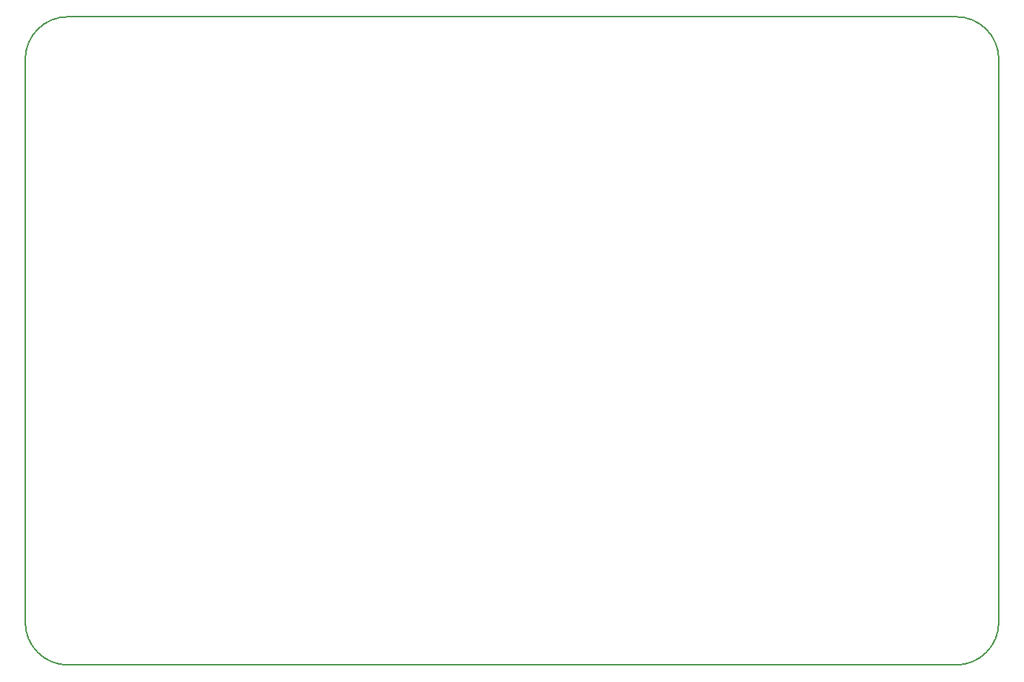
<source format=gbr>
G04 #@! TF.GenerationSoftware,KiCad,Pcbnew,(5.1.5)-3*
G04 #@! TF.CreationDate,2020-04-26T19:13:21-05:00*
G04 #@! TF.ProjectId,LED_Board_s_,4c45445f-426f-4617-9264-5f735f2e6b69,rev?*
G04 #@! TF.SameCoordinates,Original*
G04 #@! TF.FileFunction,Profile,NP*
%FSLAX46Y46*%
G04 Gerber Fmt 4.6, Leading zero omitted, Abs format (unit mm)*
G04 Created by KiCad (PCBNEW (5.1.5)-3) date 2020-04-26 19:13:21*
%MOMM*%
%LPD*%
G04 APERTURE LIST*
%ADD10C,0.200000*%
G04 APERTURE END LIST*
D10*
X165179999Y-43180001D02*
G75*
G02X170179999Y-48180001I0J-5000000D01*
G01*
X55880000Y-81280000D02*
X55880000Y-48180000D01*
X60880000Y-43180000D02*
X165180000Y-43180001D01*
X170180000Y-81280000D02*
X170179999Y-114380000D01*
X165180000Y-119380000D02*
X113030000Y-119380000D01*
X170179999Y-114380000D02*
G75*
G02X165180000Y-119379999I-4999999J0D01*
G01*
X60880000Y-119379999D02*
X113030000Y-119380000D01*
X55880000Y-48180000D02*
G75*
G02X60880000Y-43180000I5000000J0D01*
G01*
X60880002Y-119379999D02*
G75*
G02X55880001Y-114380000I-1J5000000D01*
G01*
X55880000Y-81280000D02*
X55880001Y-114380000D01*
X170180000Y-81280000D02*
X170180000Y-48180000D01*
M02*

</source>
